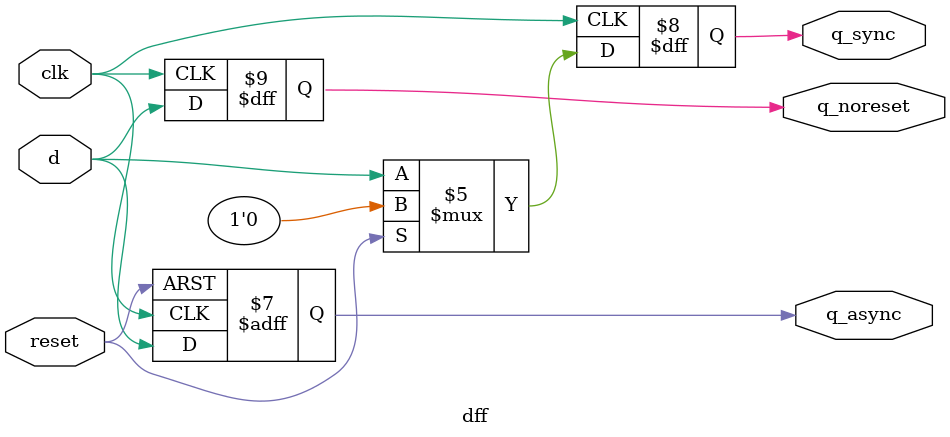
<source format=sv>

module dff (
  input     logic      clk,
  input     logic      reset,

  input     logic      d,

  output    logic      q_noreset,
  output    logic      q_sync,
  output    logic      q_async
);
  // No reset
  always_ff @ (posedge clk)
    q_noreset<=d;
  //Synchronous 
  always_ff @ (posedge clk)
    begin
      if (reset)
        q_sync<=0;
      else
        q_sync<=d;
    end
  //Asynchronous 
  always_ff @ (posedge clk or posedge reset)
    if(reset)
      q_async<=0;
    else
      q_async<=d;
        
endmodule

</source>
